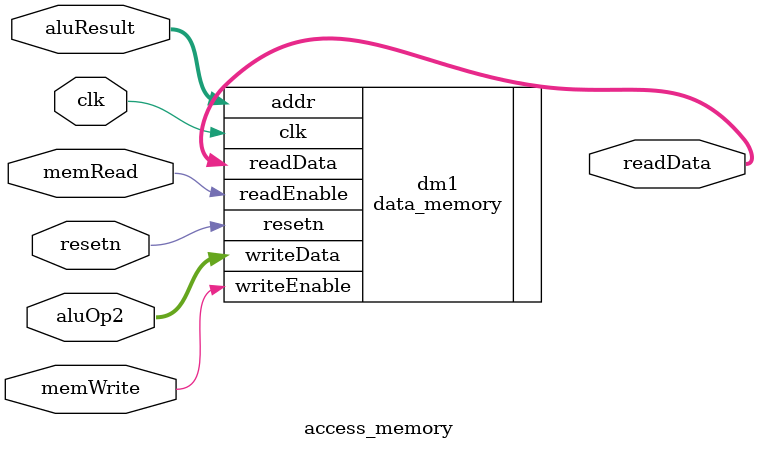
<source format=sv>
module access_memory (
    input clk,
    input resetn,
    input [31:0] aluOp2,
    input [31:0] aluResult,

    // output control signals for mem
    input memRead,
    input memWrite,

    // output signals
    output [31:0] readData
);
    data_memory dm1 (
        .clk(clk),
        .addr(aluResult),
        .writeData(aluOp2),
        .writeEnable(memWrite),
        .readEnable(memRead),
        .readData(readData),
        .resetn(resetn)
    );
    
endmodule
</source>
